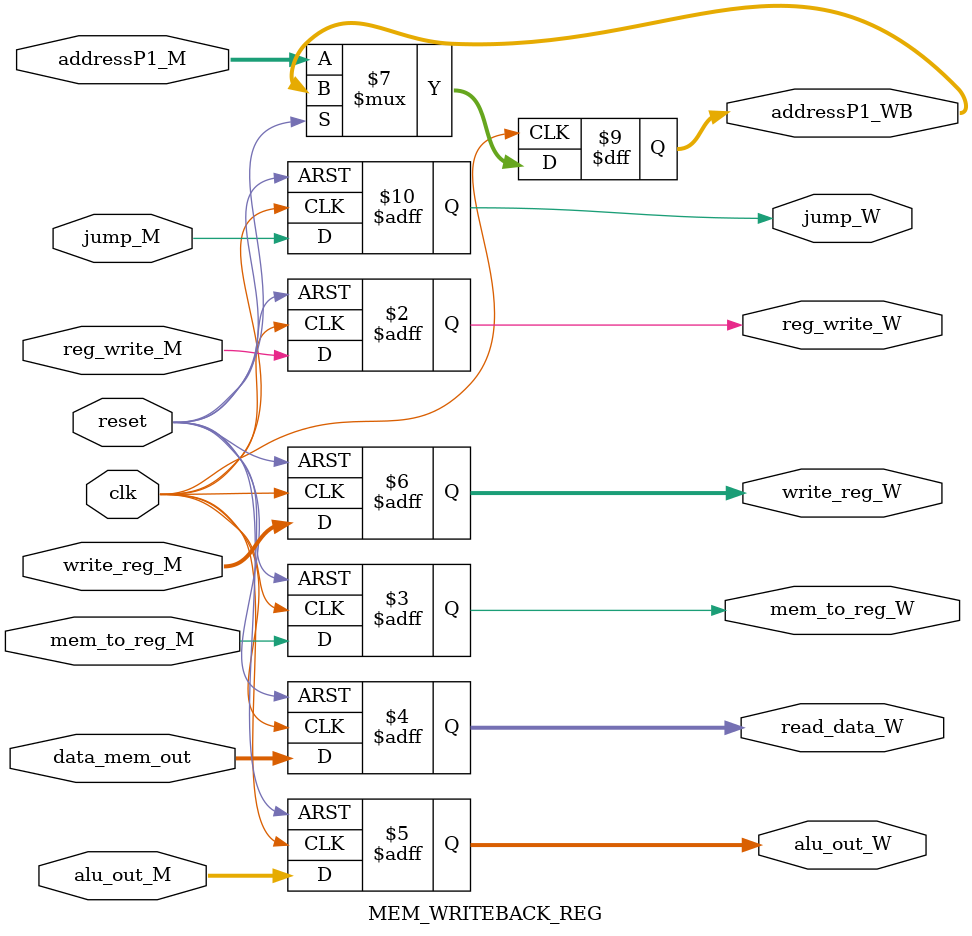
<source format=v>
module MEM_WRITEBACK_REG
(
	input wire clk,
	input wire reset,
	input wire jump_M,
	input wire [4:0] addressP1_M,
	input wire reg_write_M,
	input wire mem_to_reg_M,
	input wire [31:0] data_mem_out,
	input wire [31:0] alu_out_M,
	input wire [4:0] write_reg_M,
	
	output reg reg_write_W,
	output reg mem_to_reg_W,
	output reg [31:0] read_data_W,
	output reg [31:0] alu_out_W,
	output reg [4:0] write_reg_W,
	output reg [4:0] addressP1_WB,
	output reg jump_W
);

	
	always@(posedge clk, posedge reset) begin
		if(reset) begin
			reg_write_W <= 1'b0; 
			mem_to_reg_W <= 1'b0;
			read_data_W <= 0;
			alu_out_W <= 0;
			write_reg_W <= 5'b0;
			jump_W <= 0;
		end
		else begin
			addressP1_WB <= addressP1_M;
			reg_write_W <= reg_write_M; 
			mem_to_reg_W <= mem_to_reg_M;
			read_data_W <= data_mem_out;
			alu_out_W <= alu_out_M;
			write_reg_W <= write_reg_M;
			jump_W <= jump_M;
		end
	end
	
endmodule

</source>
